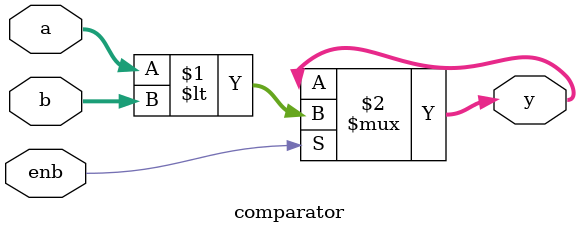
<source format=v>

module alu(
	input [31:0] a, b,
	input [2:0] f,
	output [31:0] y,
	output zero
);
//    always @(*) begin
//        casez (f)
//            // AND
//            3'b?00: y = a & b; 
//            // OR
//            3'b?01: y = a | b;
//            // ADD
//            3'b010: y = a + b;
//            // SUB
//            3'b110: y = a + (~b + 1'b1);
//            // SLT
//            3'b111: y = (a < b);
//            default: break;
//        endcase
//        zero = (y == 32'b0);
//    end
    
    wire [3:0] enables;
    decoder2to4 op(.in(f[1:0]), .out(enables));
    
    andgate AND(.enb(enables[0]), .a(a), .b(b), .y(y));
    orgate OR(.enb(enables[1]), .a(a), .b(b), .y(y));
    adder ADD(.enb(enables[2]), .a(a), .b(f[2] ? (~b + 1'b1) : b), .y(y));
    comparator SLT(.enb(enables[3] & f[2]), .a(a), .b(b), .y(y));
    
    assign zero = (y === 32'b0) ;
    
endmodule


// 2:4 decoder module
module decoder2to4(
    input [1:0] in,
    output [3:0] out
    );
    assign out[0] = ~in[0] & ~in[1];
    assign out[1] =  in[0] & ~in[1];
    assign out[2] = ~in[0] &  in[1];
    assign out[3] =  in[0] &  in[1]; 
endmodule

// 2:1 multiplexer
module mux2to1(
    input switch,
    input x0, x1,
    output y
    );
    assign y = switch ? x1 : x0;
endmodule

// 32-bit AND gate
module andgate(
    input enb,
    input [31:0] a, b,
    output [31:0] y
    );
    assign y = enb ? (a & b) : y;
endmodule

// 32-bit OR gate
module orgate(
    input enb,
    input [31:0] a, b,
    output [31:0] y
    );
    assign y = enb ? (a | b) : y;
endmodule

// 32-bit adder
module adder(
    input enb,
    input [31:0] a, b,
    output [31:0] y
    );
    assign y = enb ? (a + b) : y;
endmodule

// 32-bit comparator
module comparator(
    input enb,
    input [31:0] a, b,
    output [31:0] y
    );
    assign y = enb ? (a < b) : y;
endmodule

</source>
